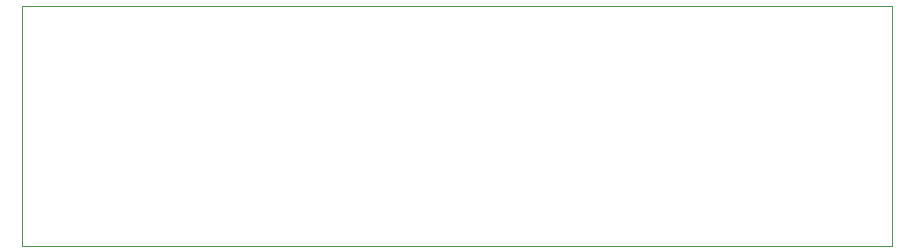
<source format=gbr>
G04 #@! TF.GenerationSoftware,KiCad,Pcbnew,(5.1.4)-1*
G04 #@! TF.CreationDate,2019-11-16T17:38:58+00:00*
G04 #@! TF.ProjectId,io-breakout,696f2d62-7265-4616-9b6f-75742e6b6963,rev?*
G04 #@! TF.SameCoordinates,Original*
G04 #@! TF.FileFunction,Profile,NP*
%FSLAX46Y46*%
G04 Gerber Fmt 4.6, Leading zero omitted, Abs format (unit mm)*
G04 Created by KiCad (PCBNEW (5.1.4)-1) date 2019-11-16 17:38:58*
%MOMM*%
%LPD*%
G04 APERTURE LIST*
%ADD10C,0.050000*%
G04 APERTURE END LIST*
D10*
X101600000Y-71120000D02*
X101600000Y-50800000D01*
X175260000Y-71120000D02*
X101600000Y-71120000D01*
X175260000Y-50800000D02*
X175260000Y-71120000D01*
X101600000Y-50800000D02*
X175260000Y-50800000D01*
M02*

</source>
